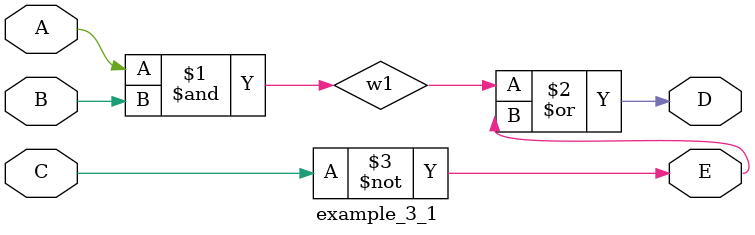
<source format=v>
module example_3_1(A, B, C, D, E);
   
 output D, E; 
 input A, B, C; 
 wire w1;

 and G1(w1, A, B);
 not G2(E, C);
 or G3(D, w1, E);

 endmodule
     

</source>
